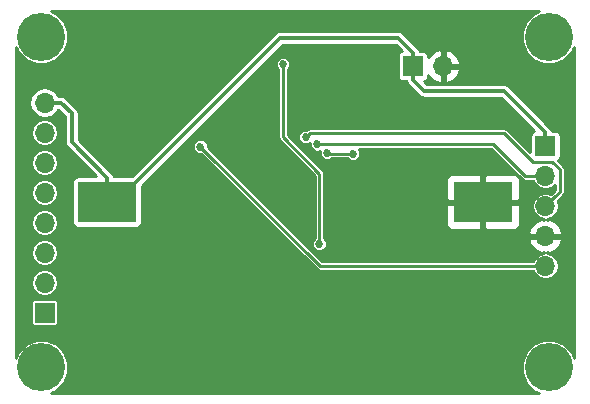
<source format=gbl>
%TF.GenerationSoftware,KiCad,Pcbnew,4.0.7*%
%TF.CreationDate,2018-06-02T01:16:41-04:00*%
%TF.ProjectId,TemperatureHumidityEPD,54656D706572617475726548756D6964,rev?*%
%TF.FileFunction,Copper,L2,Bot,Signal*%
%FSLAX46Y46*%
G04 Gerber Fmt 4.6, Leading zero omitted, Abs format (unit mm)*
G04 Created by KiCad (PCBNEW 4.0.7) date Saturday, 02 June 2018 'AMt' 01:16:41*
%MOMM*%
%LPD*%
G01*
G04 APERTURE LIST*
%ADD10C,0.127000*%
%ADD11R,5.000000X3.500000*%
%ADD12R,1.700000X1.700000*%
%ADD13O,1.700000X1.700000*%
%ADD14C,4.064000*%
%ADD15C,0.685800*%
%ADD16C,0.304800*%
%ADD17C,0.254000*%
G04 APERTURE END LIST*
D10*
D11*
X108090000Y-96500000D03*
X139910000Y-96500000D03*
D12*
X102800000Y-105860000D03*
D13*
X102800000Y-103320000D03*
X102800000Y-100780000D03*
X102800000Y-98240000D03*
X102800000Y-95700000D03*
X102800000Y-93160000D03*
X102800000Y-90620000D03*
X102800000Y-88080000D03*
D12*
X145200000Y-91760000D03*
D13*
X145200000Y-94300000D03*
X145200000Y-96840000D03*
X145200000Y-99380000D03*
X145200000Y-101920000D03*
D12*
X134000000Y-85000000D03*
D13*
X136540000Y-85000000D03*
D14*
X145500000Y-110500000D03*
X102500000Y-82500000D03*
X102500000Y-110500000D03*
X145500000Y-82500000D03*
D15*
X128300000Y-94500000D03*
X123600000Y-102000000D03*
X116000000Y-91800000D03*
X125900000Y-91600000D03*
X124900000Y-91000000D03*
X126700000Y-92323910D03*
X128900000Y-92400000D03*
X122986800Y-84836000D03*
X126060200Y-100050600D03*
D16*
X145200000Y-91760000D02*
X145200000Y-90605200D01*
X145200000Y-90605200D02*
X141694800Y-87100000D01*
X141694800Y-87100000D02*
X134945200Y-87100000D01*
X134945200Y-87100000D02*
X134000000Y-86154800D01*
X134000000Y-86154800D02*
X134000000Y-85000000D01*
X105100000Y-89000000D02*
X104180000Y-88080000D01*
X104180000Y-88080000D02*
X102800000Y-88080000D01*
X105100000Y-91455200D02*
X105100000Y-89000000D01*
X108090000Y-96500000D02*
X108090000Y-94445200D01*
X108090000Y-94445200D02*
X105100000Y-91455200D01*
X108090000Y-96500000D02*
X108840000Y-96500000D01*
X108840000Y-96500000D02*
X122740000Y-82600000D01*
X134000000Y-83845200D02*
X134000000Y-85000000D01*
X122740000Y-82600000D02*
X132754800Y-82600000D01*
X132754800Y-82600000D02*
X134000000Y-83845200D01*
D17*
X116000000Y-91800000D02*
X126120000Y-101920000D01*
X126120000Y-101920000D02*
X145200000Y-101920000D01*
X140800000Y-91600000D02*
X143500000Y-94300000D01*
X143500000Y-94300000D02*
X145200000Y-94300000D01*
X125900000Y-91600000D02*
X140800000Y-91600000D01*
X124900000Y-91000000D02*
X125242899Y-90657101D01*
X145790881Y-93068999D02*
X146431001Y-93709119D01*
X125242899Y-90657101D02*
X141711299Y-90657101D01*
X141711299Y-90657101D02*
X144123197Y-93068999D01*
X144123197Y-93068999D02*
X145790881Y-93068999D01*
X146431001Y-93709119D02*
X146431001Y-95608999D01*
X146431001Y-95608999D02*
X146049999Y-95990001D01*
X146049999Y-95990001D02*
X145200000Y-96840000D01*
X128900000Y-92400000D02*
X126776090Y-92400000D01*
X126776090Y-92400000D02*
X126700000Y-92323910D01*
X122986800Y-91033600D02*
X122986800Y-84836000D01*
X126060200Y-94107000D02*
X122986800Y-91033600D01*
X126060200Y-100050600D02*
X126060200Y-94107000D01*
G36*
X144192408Y-80539348D02*
X143541633Y-81188988D01*
X143189002Y-82038217D01*
X143188200Y-82957749D01*
X143539348Y-83807592D01*
X144188988Y-84458367D01*
X145038217Y-84810998D01*
X145957749Y-84811800D01*
X146807592Y-84460652D01*
X147458367Y-83811012D01*
X147657100Y-83332410D01*
X147657100Y-109667848D01*
X147460652Y-109192408D01*
X146811012Y-108541633D01*
X145961783Y-108189002D01*
X145042251Y-108188200D01*
X144192408Y-108539348D01*
X143541633Y-109188988D01*
X143189002Y-110038217D01*
X143188200Y-110957749D01*
X143539348Y-111807592D01*
X144188988Y-112458367D01*
X144667590Y-112657100D01*
X103332152Y-112657100D01*
X103807592Y-112460652D01*
X104458367Y-111811012D01*
X104810998Y-110961783D01*
X104811800Y-110042251D01*
X104460652Y-109192408D01*
X103811012Y-108541633D01*
X102961783Y-108189002D01*
X102042251Y-108188200D01*
X101192408Y-108539348D01*
X100541633Y-109188988D01*
X100342900Y-109667590D01*
X100342900Y-105010000D01*
X101665127Y-105010000D01*
X101665127Y-106710000D01*
X101684609Y-106813539D01*
X101745801Y-106908634D01*
X101839168Y-106972429D01*
X101950000Y-106994873D01*
X103650000Y-106994873D01*
X103753539Y-106975391D01*
X103848634Y-106914199D01*
X103912429Y-106820832D01*
X103934873Y-106710000D01*
X103934873Y-105010000D01*
X103915391Y-104906461D01*
X103854199Y-104811366D01*
X103760832Y-104747571D01*
X103650000Y-104725127D01*
X101950000Y-104725127D01*
X101846461Y-104744609D01*
X101751366Y-104805801D01*
X101687571Y-104899168D01*
X101665127Y-105010000D01*
X100342900Y-105010000D01*
X100342900Y-103320000D01*
X101648474Y-103320000D01*
X101734444Y-103752203D01*
X101979268Y-104118606D01*
X102345671Y-104363430D01*
X102777874Y-104449400D01*
X102822126Y-104449400D01*
X103254329Y-104363430D01*
X103620732Y-104118606D01*
X103865556Y-103752203D01*
X103951526Y-103320000D01*
X103865556Y-102887797D01*
X103620732Y-102521394D01*
X103254329Y-102276570D01*
X102822126Y-102190600D01*
X102777874Y-102190600D01*
X102345671Y-102276570D01*
X101979268Y-102521394D01*
X101734444Y-102887797D01*
X101648474Y-103320000D01*
X100342900Y-103320000D01*
X100342900Y-100780000D01*
X101648474Y-100780000D01*
X101734444Y-101212203D01*
X101979268Y-101578606D01*
X102345671Y-101823430D01*
X102777874Y-101909400D01*
X102822126Y-101909400D01*
X103254329Y-101823430D01*
X103620732Y-101578606D01*
X103865556Y-101212203D01*
X103951526Y-100780000D01*
X103865556Y-100347797D01*
X103620732Y-99981394D01*
X103254329Y-99736570D01*
X102822126Y-99650600D01*
X102777874Y-99650600D01*
X102345671Y-99736570D01*
X101979268Y-99981394D01*
X101734444Y-100347797D01*
X101648474Y-100780000D01*
X100342900Y-100780000D01*
X100342900Y-98240000D01*
X101648474Y-98240000D01*
X101734444Y-98672203D01*
X101979268Y-99038606D01*
X102345671Y-99283430D01*
X102777874Y-99369400D01*
X102822126Y-99369400D01*
X103254329Y-99283430D01*
X103620732Y-99038606D01*
X103865556Y-98672203D01*
X103951526Y-98240000D01*
X103865556Y-97807797D01*
X103620732Y-97441394D01*
X103254329Y-97196570D01*
X102822126Y-97110600D01*
X102777874Y-97110600D01*
X102345671Y-97196570D01*
X101979268Y-97441394D01*
X101734444Y-97807797D01*
X101648474Y-98240000D01*
X100342900Y-98240000D01*
X100342900Y-95700000D01*
X101648474Y-95700000D01*
X101734444Y-96132203D01*
X101979268Y-96498606D01*
X102345671Y-96743430D01*
X102777874Y-96829400D01*
X102822126Y-96829400D01*
X103254329Y-96743430D01*
X103620732Y-96498606D01*
X103865556Y-96132203D01*
X103951526Y-95700000D01*
X103865556Y-95267797D01*
X103620732Y-94901394D01*
X103254329Y-94656570D01*
X102822126Y-94570600D01*
X102777874Y-94570600D01*
X102345671Y-94656570D01*
X101979268Y-94901394D01*
X101734444Y-95267797D01*
X101648474Y-95700000D01*
X100342900Y-95700000D01*
X100342900Y-93160000D01*
X101648474Y-93160000D01*
X101734444Y-93592203D01*
X101979268Y-93958606D01*
X102345671Y-94203430D01*
X102777874Y-94289400D01*
X102822126Y-94289400D01*
X103254329Y-94203430D01*
X103620732Y-93958606D01*
X103865556Y-93592203D01*
X103951526Y-93160000D01*
X103865556Y-92727797D01*
X103620732Y-92361394D01*
X103254329Y-92116570D01*
X102822126Y-92030600D01*
X102777874Y-92030600D01*
X102345671Y-92116570D01*
X101979268Y-92361394D01*
X101734444Y-92727797D01*
X101648474Y-93160000D01*
X100342900Y-93160000D01*
X100342900Y-90620000D01*
X101648474Y-90620000D01*
X101734444Y-91052203D01*
X101979268Y-91418606D01*
X102345671Y-91663430D01*
X102777874Y-91749400D01*
X102822126Y-91749400D01*
X103254329Y-91663430D01*
X103620732Y-91418606D01*
X103865556Y-91052203D01*
X103951526Y-90620000D01*
X103865556Y-90187797D01*
X103620732Y-89821394D01*
X103254329Y-89576570D01*
X102822126Y-89490600D01*
X102777874Y-89490600D01*
X102345671Y-89576570D01*
X101979268Y-89821394D01*
X101734444Y-90187797D01*
X101648474Y-90620000D01*
X100342900Y-90620000D01*
X100342900Y-88080000D01*
X101493088Y-88080000D01*
X101590659Y-88570524D01*
X101868519Y-88986369D01*
X102284364Y-89264229D01*
X102774888Y-89361800D01*
X102825112Y-89361800D01*
X103315636Y-89264229D01*
X103731481Y-88986369D01*
X103943251Y-88669435D01*
X104515800Y-89241983D01*
X104515800Y-91455200D01*
X104560270Y-91678764D01*
X104639043Y-91796657D01*
X104686908Y-91868292D01*
X107128358Y-94309741D01*
X105590000Y-94309741D01*
X105429985Y-94339850D01*
X105283020Y-94434419D01*
X105184427Y-94578715D01*
X105149741Y-94750000D01*
X105149741Y-98250000D01*
X105179850Y-98410015D01*
X105274419Y-98556980D01*
X105418715Y-98655573D01*
X105590000Y-98690259D01*
X110590000Y-98690259D01*
X110750015Y-98660150D01*
X110896980Y-98565581D01*
X110995573Y-98421285D01*
X111030259Y-98250000D01*
X111030259Y-95135925D01*
X114242943Y-91923240D01*
X115377592Y-91923240D01*
X115472132Y-92152044D01*
X115647035Y-92327253D01*
X115875674Y-92422192D01*
X116047606Y-92422342D01*
X125832632Y-102207368D01*
X125964477Y-102295465D01*
X126120000Y-102326400D01*
X144129311Y-102326400D01*
X144134444Y-102352203D01*
X144379268Y-102718606D01*
X144745671Y-102963430D01*
X145177874Y-103049400D01*
X145222126Y-103049400D01*
X145654329Y-102963430D01*
X146020732Y-102718606D01*
X146265556Y-102352203D01*
X146351526Y-101920000D01*
X146265556Y-101487797D01*
X146020732Y-101121394D01*
X145654329Y-100876570D01*
X145327002Y-100811461D01*
X145327002Y-100700820D01*
X145556892Y-100821486D01*
X146081358Y-100575183D01*
X146471645Y-100146924D01*
X146641476Y-99736890D01*
X146520155Y-99507000D01*
X145327000Y-99507000D01*
X145327000Y-99527000D01*
X145073000Y-99527000D01*
X145073000Y-99507000D01*
X143879845Y-99507000D01*
X143758524Y-99736890D01*
X143928355Y-100146924D01*
X144318642Y-100575183D01*
X144843108Y-100821486D01*
X145072998Y-100700820D01*
X145072998Y-100811461D01*
X144745671Y-100876570D01*
X144379268Y-101121394D01*
X144134444Y-101487797D01*
X144129311Y-101513600D01*
X126288336Y-101513600D01*
X116622259Y-91847523D01*
X116622408Y-91676760D01*
X116527868Y-91447956D01*
X116352965Y-91272747D01*
X116124326Y-91177808D01*
X115876760Y-91177592D01*
X115647956Y-91272132D01*
X115472747Y-91447035D01*
X115377808Y-91675674D01*
X115377592Y-91923240D01*
X114242943Y-91923240D01*
X121206943Y-84959240D01*
X122364392Y-84959240D01*
X122458932Y-85188044D01*
X122580400Y-85309725D01*
X122580400Y-91033600D01*
X122611335Y-91189123D01*
X122676981Y-91287368D01*
X122699432Y-91320968D01*
X125653800Y-94275336D01*
X125653800Y-99576993D01*
X125532947Y-99697635D01*
X125438008Y-99926274D01*
X125437792Y-100173840D01*
X125532332Y-100402644D01*
X125707235Y-100577853D01*
X125935874Y-100672792D01*
X126183440Y-100673008D01*
X126412244Y-100578468D01*
X126587453Y-100403565D01*
X126682392Y-100174926D01*
X126682608Y-99927360D01*
X126588068Y-99698556D01*
X126466600Y-99576875D01*
X126466600Y-96785750D01*
X136775000Y-96785750D01*
X136775000Y-98376310D01*
X136871673Y-98609699D01*
X137050302Y-98788327D01*
X137283691Y-98885000D01*
X139624250Y-98885000D01*
X139783000Y-98726250D01*
X139783000Y-96627000D01*
X140037000Y-96627000D01*
X140037000Y-98726250D01*
X140195750Y-98885000D01*
X142536309Y-98885000D01*
X142769698Y-98788327D01*
X142948327Y-98609699D01*
X143045000Y-98376310D01*
X143045000Y-96785750D01*
X142886250Y-96627000D01*
X140037000Y-96627000D01*
X139783000Y-96627000D01*
X136933750Y-96627000D01*
X136775000Y-96785750D01*
X126466600Y-96785750D01*
X126466600Y-94623690D01*
X136775000Y-94623690D01*
X136775000Y-96214250D01*
X136933750Y-96373000D01*
X139783000Y-96373000D01*
X139783000Y-94273750D01*
X140037000Y-94273750D01*
X140037000Y-96373000D01*
X142886250Y-96373000D01*
X143045000Y-96214250D01*
X143045000Y-94623690D01*
X142948327Y-94390301D01*
X142769698Y-94211673D01*
X142536309Y-94115000D01*
X140195750Y-94115000D01*
X140037000Y-94273750D01*
X139783000Y-94273750D01*
X139624250Y-94115000D01*
X137283691Y-94115000D01*
X137050302Y-94211673D01*
X136871673Y-94390301D01*
X136775000Y-94623690D01*
X126466600Y-94623690D01*
X126466600Y-94107000D01*
X126435665Y-93951477D01*
X126347568Y-93819632D01*
X123393200Y-90865264D01*
X123393200Y-85309607D01*
X123514053Y-85188965D01*
X123608992Y-84960326D01*
X123609208Y-84712760D01*
X123514668Y-84483956D01*
X123339765Y-84308747D01*
X123111126Y-84213808D01*
X122863560Y-84213592D01*
X122634756Y-84308132D01*
X122459547Y-84483035D01*
X122364608Y-84711674D01*
X122364392Y-84959240D01*
X121206943Y-84959240D01*
X122981983Y-83184200D01*
X132512816Y-83184200D01*
X133056037Y-83727421D01*
X132989985Y-83739850D01*
X132843020Y-83834419D01*
X132744427Y-83978715D01*
X132709741Y-84150000D01*
X132709741Y-85850000D01*
X132739850Y-86010015D01*
X132834419Y-86156980D01*
X132978715Y-86255573D01*
X133150000Y-86290259D01*
X133442745Y-86290259D01*
X133460270Y-86378364D01*
X133581815Y-86560270D01*
X133586908Y-86567892D01*
X134532108Y-87513092D01*
X134721637Y-87639731D01*
X134945200Y-87684201D01*
X134945205Y-87684200D01*
X141452816Y-87684200D01*
X144256037Y-90487421D01*
X144189985Y-90499850D01*
X144043020Y-90594419D01*
X143944427Y-90738715D01*
X143909741Y-90910000D01*
X143909741Y-92280807D01*
X141998667Y-90369733D01*
X141866822Y-90281636D01*
X141711299Y-90250701D01*
X125242899Y-90250701D01*
X125087376Y-90281636D01*
X124955531Y-90369733D01*
X124947523Y-90377741D01*
X124776760Y-90377592D01*
X124547956Y-90472132D01*
X124372747Y-90647035D01*
X124277808Y-90875674D01*
X124277592Y-91123240D01*
X124372132Y-91352044D01*
X124547035Y-91527253D01*
X124775674Y-91622192D01*
X125023240Y-91622408D01*
X125252044Y-91527868D01*
X125277785Y-91502172D01*
X125277592Y-91723240D01*
X125372132Y-91952044D01*
X125547035Y-92127253D01*
X125775674Y-92222192D01*
X126023240Y-92222408D01*
X126077808Y-92199861D01*
X126077592Y-92447150D01*
X126172132Y-92675954D01*
X126347035Y-92851163D01*
X126575674Y-92946102D01*
X126823240Y-92946318D01*
X127052044Y-92851778D01*
X127097501Y-92806400D01*
X128426393Y-92806400D01*
X128547035Y-92927253D01*
X128775674Y-93022192D01*
X129023240Y-93022408D01*
X129252044Y-92927868D01*
X129427253Y-92752965D01*
X129522192Y-92524326D01*
X129522408Y-92276760D01*
X129427868Y-92047956D01*
X129386385Y-92006400D01*
X140631664Y-92006400D01*
X143212632Y-94587368D01*
X143344477Y-94675465D01*
X143500000Y-94706400D01*
X144129311Y-94706400D01*
X144134444Y-94732203D01*
X144379268Y-95098606D01*
X144745671Y-95343430D01*
X145177874Y-95429400D01*
X145222126Y-95429400D01*
X145654329Y-95343430D01*
X146020732Y-95098606D01*
X146024601Y-95092816D01*
X146024601Y-95440663D01*
X145662940Y-95802324D01*
X145654329Y-95796570D01*
X145222126Y-95710600D01*
X145177874Y-95710600D01*
X144745671Y-95796570D01*
X144379268Y-96041394D01*
X144134444Y-96407797D01*
X144048474Y-96840000D01*
X144134444Y-97272203D01*
X144379268Y-97638606D01*
X144745671Y-97883430D01*
X145072998Y-97948539D01*
X145072998Y-98059180D01*
X144843108Y-97938514D01*
X144318642Y-98184817D01*
X143928355Y-98613076D01*
X143758524Y-99023110D01*
X143879845Y-99253000D01*
X145073000Y-99253000D01*
X145073000Y-99233000D01*
X145327000Y-99233000D01*
X145327000Y-99253000D01*
X146520155Y-99253000D01*
X146641476Y-99023110D01*
X146471645Y-98613076D01*
X146081358Y-98184817D01*
X145556892Y-97938514D01*
X145327002Y-98059180D01*
X145327002Y-97948539D01*
X145654329Y-97883430D01*
X146020732Y-97638606D01*
X146265556Y-97272203D01*
X146351526Y-96840000D01*
X146265556Y-96407797D01*
X146242077Y-96372659D01*
X146718369Y-95896367D01*
X146806466Y-95764522D01*
X146837401Y-95608999D01*
X146837401Y-93709119D01*
X146806466Y-93553596D01*
X146718369Y-93421751D01*
X146274970Y-92978352D01*
X146356980Y-92925581D01*
X146455573Y-92781285D01*
X146490259Y-92610000D01*
X146490259Y-90910000D01*
X146460150Y-90749985D01*
X146365581Y-90603020D01*
X146221285Y-90504427D01*
X146050000Y-90469741D01*
X145757255Y-90469741D01*
X145739730Y-90381636D01*
X145613092Y-90192108D01*
X142107892Y-86686908D01*
X141918364Y-86560270D01*
X141694800Y-86515800D01*
X135187184Y-86515800D01*
X134943963Y-86272579D01*
X135010015Y-86260150D01*
X135156980Y-86165581D01*
X135255573Y-86021285D01*
X135290259Y-85850000D01*
X135290259Y-85765185D01*
X135344817Y-85881358D01*
X135773076Y-86271645D01*
X136183110Y-86441476D01*
X136413000Y-86320155D01*
X136413000Y-85127000D01*
X136667000Y-85127000D01*
X136667000Y-86320155D01*
X136896890Y-86441476D01*
X137306924Y-86271645D01*
X137735183Y-85881358D01*
X137981486Y-85356892D01*
X137860819Y-85127000D01*
X136667000Y-85127000D01*
X136413000Y-85127000D01*
X136393000Y-85127000D01*
X136393000Y-84873000D01*
X136413000Y-84873000D01*
X136413000Y-83679845D01*
X136667000Y-83679845D01*
X136667000Y-84873000D01*
X137860819Y-84873000D01*
X137981486Y-84643108D01*
X137735183Y-84118642D01*
X137306924Y-83728355D01*
X136896890Y-83558524D01*
X136667000Y-83679845D01*
X136413000Y-83679845D01*
X136183110Y-83558524D01*
X135773076Y-83728355D01*
X135344817Y-84118642D01*
X135290259Y-84234815D01*
X135290259Y-84150000D01*
X135260150Y-83989985D01*
X135165581Y-83843020D01*
X135021285Y-83744427D01*
X134850000Y-83709741D01*
X134557256Y-83709741D01*
X134539731Y-83621637D01*
X134413092Y-83432108D01*
X133167892Y-82186908D01*
X132978364Y-82060270D01*
X132754800Y-82015800D01*
X122740005Y-82015800D01*
X122740000Y-82015799D01*
X122516437Y-82060269D01*
X122516435Y-82060270D01*
X122516436Y-82060270D01*
X122326908Y-82186908D01*
X122326906Y-82186911D01*
X110204075Y-94309741D01*
X108647256Y-94309741D01*
X108629731Y-94221637D01*
X108578174Y-94144477D01*
X108503092Y-94032108D01*
X108503089Y-94032106D01*
X105684200Y-91213216D01*
X105684200Y-89000000D01*
X105639730Y-88776436D01*
X105513092Y-88586908D01*
X105513089Y-88586906D01*
X104593092Y-87666908D01*
X104403564Y-87540270D01*
X104180000Y-87495800D01*
X103946748Y-87495800D01*
X103731481Y-87173631D01*
X103315636Y-86895771D01*
X102825112Y-86798200D01*
X102774888Y-86798200D01*
X102284364Y-86895771D01*
X101868519Y-87173631D01*
X101590659Y-87589476D01*
X101493088Y-88080000D01*
X100342900Y-88080000D01*
X100342900Y-83332152D01*
X100539348Y-83807592D01*
X101188988Y-84458367D01*
X102038217Y-84810998D01*
X102957749Y-84811800D01*
X103807592Y-84460652D01*
X104458367Y-83811012D01*
X104810998Y-82961783D01*
X104811800Y-82042251D01*
X104460652Y-81192408D01*
X103811012Y-80541633D01*
X103332410Y-80342900D01*
X144667848Y-80342900D01*
X144192408Y-80539348D01*
X144192408Y-80539348D01*
G37*
X144192408Y-80539348D02*
X143541633Y-81188988D01*
X143189002Y-82038217D01*
X143188200Y-82957749D01*
X143539348Y-83807592D01*
X144188988Y-84458367D01*
X145038217Y-84810998D01*
X145957749Y-84811800D01*
X146807592Y-84460652D01*
X147458367Y-83811012D01*
X147657100Y-83332410D01*
X147657100Y-109667848D01*
X147460652Y-109192408D01*
X146811012Y-108541633D01*
X145961783Y-108189002D01*
X145042251Y-108188200D01*
X144192408Y-108539348D01*
X143541633Y-109188988D01*
X143189002Y-110038217D01*
X143188200Y-110957749D01*
X143539348Y-111807592D01*
X144188988Y-112458367D01*
X144667590Y-112657100D01*
X103332152Y-112657100D01*
X103807592Y-112460652D01*
X104458367Y-111811012D01*
X104810998Y-110961783D01*
X104811800Y-110042251D01*
X104460652Y-109192408D01*
X103811012Y-108541633D01*
X102961783Y-108189002D01*
X102042251Y-108188200D01*
X101192408Y-108539348D01*
X100541633Y-109188988D01*
X100342900Y-109667590D01*
X100342900Y-105010000D01*
X101665127Y-105010000D01*
X101665127Y-106710000D01*
X101684609Y-106813539D01*
X101745801Y-106908634D01*
X101839168Y-106972429D01*
X101950000Y-106994873D01*
X103650000Y-106994873D01*
X103753539Y-106975391D01*
X103848634Y-106914199D01*
X103912429Y-106820832D01*
X103934873Y-106710000D01*
X103934873Y-105010000D01*
X103915391Y-104906461D01*
X103854199Y-104811366D01*
X103760832Y-104747571D01*
X103650000Y-104725127D01*
X101950000Y-104725127D01*
X101846461Y-104744609D01*
X101751366Y-104805801D01*
X101687571Y-104899168D01*
X101665127Y-105010000D01*
X100342900Y-105010000D01*
X100342900Y-103320000D01*
X101648474Y-103320000D01*
X101734444Y-103752203D01*
X101979268Y-104118606D01*
X102345671Y-104363430D01*
X102777874Y-104449400D01*
X102822126Y-104449400D01*
X103254329Y-104363430D01*
X103620732Y-104118606D01*
X103865556Y-103752203D01*
X103951526Y-103320000D01*
X103865556Y-102887797D01*
X103620732Y-102521394D01*
X103254329Y-102276570D01*
X102822126Y-102190600D01*
X102777874Y-102190600D01*
X102345671Y-102276570D01*
X101979268Y-102521394D01*
X101734444Y-102887797D01*
X101648474Y-103320000D01*
X100342900Y-103320000D01*
X100342900Y-100780000D01*
X101648474Y-100780000D01*
X101734444Y-101212203D01*
X101979268Y-101578606D01*
X102345671Y-101823430D01*
X102777874Y-101909400D01*
X102822126Y-101909400D01*
X103254329Y-101823430D01*
X103620732Y-101578606D01*
X103865556Y-101212203D01*
X103951526Y-100780000D01*
X103865556Y-100347797D01*
X103620732Y-99981394D01*
X103254329Y-99736570D01*
X102822126Y-99650600D01*
X102777874Y-99650600D01*
X102345671Y-99736570D01*
X101979268Y-99981394D01*
X101734444Y-100347797D01*
X101648474Y-100780000D01*
X100342900Y-100780000D01*
X100342900Y-98240000D01*
X101648474Y-98240000D01*
X101734444Y-98672203D01*
X101979268Y-99038606D01*
X102345671Y-99283430D01*
X102777874Y-99369400D01*
X102822126Y-99369400D01*
X103254329Y-99283430D01*
X103620732Y-99038606D01*
X103865556Y-98672203D01*
X103951526Y-98240000D01*
X103865556Y-97807797D01*
X103620732Y-97441394D01*
X103254329Y-97196570D01*
X102822126Y-97110600D01*
X102777874Y-97110600D01*
X102345671Y-97196570D01*
X101979268Y-97441394D01*
X101734444Y-97807797D01*
X101648474Y-98240000D01*
X100342900Y-98240000D01*
X100342900Y-95700000D01*
X101648474Y-95700000D01*
X101734444Y-96132203D01*
X101979268Y-96498606D01*
X102345671Y-96743430D01*
X102777874Y-96829400D01*
X102822126Y-96829400D01*
X103254329Y-96743430D01*
X103620732Y-96498606D01*
X103865556Y-96132203D01*
X103951526Y-95700000D01*
X103865556Y-95267797D01*
X103620732Y-94901394D01*
X103254329Y-94656570D01*
X102822126Y-94570600D01*
X102777874Y-94570600D01*
X102345671Y-94656570D01*
X101979268Y-94901394D01*
X101734444Y-95267797D01*
X101648474Y-95700000D01*
X100342900Y-95700000D01*
X100342900Y-93160000D01*
X101648474Y-93160000D01*
X101734444Y-93592203D01*
X101979268Y-93958606D01*
X102345671Y-94203430D01*
X102777874Y-94289400D01*
X102822126Y-94289400D01*
X103254329Y-94203430D01*
X103620732Y-93958606D01*
X103865556Y-93592203D01*
X103951526Y-93160000D01*
X103865556Y-92727797D01*
X103620732Y-92361394D01*
X103254329Y-92116570D01*
X102822126Y-92030600D01*
X102777874Y-92030600D01*
X102345671Y-92116570D01*
X101979268Y-92361394D01*
X101734444Y-92727797D01*
X101648474Y-93160000D01*
X100342900Y-93160000D01*
X100342900Y-90620000D01*
X101648474Y-90620000D01*
X101734444Y-91052203D01*
X101979268Y-91418606D01*
X102345671Y-91663430D01*
X102777874Y-91749400D01*
X102822126Y-91749400D01*
X103254329Y-91663430D01*
X103620732Y-91418606D01*
X103865556Y-91052203D01*
X103951526Y-90620000D01*
X103865556Y-90187797D01*
X103620732Y-89821394D01*
X103254329Y-89576570D01*
X102822126Y-89490600D01*
X102777874Y-89490600D01*
X102345671Y-89576570D01*
X101979268Y-89821394D01*
X101734444Y-90187797D01*
X101648474Y-90620000D01*
X100342900Y-90620000D01*
X100342900Y-88080000D01*
X101493088Y-88080000D01*
X101590659Y-88570524D01*
X101868519Y-88986369D01*
X102284364Y-89264229D01*
X102774888Y-89361800D01*
X102825112Y-89361800D01*
X103315636Y-89264229D01*
X103731481Y-88986369D01*
X103943251Y-88669435D01*
X104515800Y-89241983D01*
X104515800Y-91455200D01*
X104560270Y-91678764D01*
X104639043Y-91796657D01*
X104686908Y-91868292D01*
X107128358Y-94309741D01*
X105590000Y-94309741D01*
X105429985Y-94339850D01*
X105283020Y-94434419D01*
X105184427Y-94578715D01*
X105149741Y-94750000D01*
X105149741Y-98250000D01*
X105179850Y-98410015D01*
X105274419Y-98556980D01*
X105418715Y-98655573D01*
X105590000Y-98690259D01*
X110590000Y-98690259D01*
X110750015Y-98660150D01*
X110896980Y-98565581D01*
X110995573Y-98421285D01*
X111030259Y-98250000D01*
X111030259Y-95135925D01*
X114242943Y-91923240D01*
X115377592Y-91923240D01*
X115472132Y-92152044D01*
X115647035Y-92327253D01*
X115875674Y-92422192D01*
X116047606Y-92422342D01*
X125832632Y-102207368D01*
X125964477Y-102295465D01*
X126120000Y-102326400D01*
X144129311Y-102326400D01*
X144134444Y-102352203D01*
X144379268Y-102718606D01*
X144745671Y-102963430D01*
X145177874Y-103049400D01*
X145222126Y-103049400D01*
X145654329Y-102963430D01*
X146020732Y-102718606D01*
X146265556Y-102352203D01*
X146351526Y-101920000D01*
X146265556Y-101487797D01*
X146020732Y-101121394D01*
X145654329Y-100876570D01*
X145327002Y-100811461D01*
X145327002Y-100700820D01*
X145556892Y-100821486D01*
X146081358Y-100575183D01*
X146471645Y-100146924D01*
X146641476Y-99736890D01*
X146520155Y-99507000D01*
X145327000Y-99507000D01*
X145327000Y-99527000D01*
X145073000Y-99527000D01*
X145073000Y-99507000D01*
X143879845Y-99507000D01*
X143758524Y-99736890D01*
X143928355Y-100146924D01*
X144318642Y-100575183D01*
X144843108Y-100821486D01*
X145072998Y-100700820D01*
X145072998Y-100811461D01*
X144745671Y-100876570D01*
X144379268Y-101121394D01*
X144134444Y-101487797D01*
X144129311Y-101513600D01*
X126288336Y-101513600D01*
X116622259Y-91847523D01*
X116622408Y-91676760D01*
X116527868Y-91447956D01*
X116352965Y-91272747D01*
X116124326Y-91177808D01*
X115876760Y-91177592D01*
X115647956Y-91272132D01*
X115472747Y-91447035D01*
X115377808Y-91675674D01*
X115377592Y-91923240D01*
X114242943Y-91923240D01*
X121206943Y-84959240D01*
X122364392Y-84959240D01*
X122458932Y-85188044D01*
X122580400Y-85309725D01*
X122580400Y-91033600D01*
X122611335Y-91189123D01*
X122676981Y-91287368D01*
X122699432Y-91320968D01*
X125653800Y-94275336D01*
X125653800Y-99576993D01*
X125532947Y-99697635D01*
X125438008Y-99926274D01*
X125437792Y-100173840D01*
X125532332Y-100402644D01*
X125707235Y-100577853D01*
X125935874Y-100672792D01*
X126183440Y-100673008D01*
X126412244Y-100578468D01*
X126587453Y-100403565D01*
X126682392Y-100174926D01*
X126682608Y-99927360D01*
X126588068Y-99698556D01*
X126466600Y-99576875D01*
X126466600Y-96785750D01*
X136775000Y-96785750D01*
X136775000Y-98376310D01*
X136871673Y-98609699D01*
X137050302Y-98788327D01*
X137283691Y-98885000D01*
X139624250Y-98885000D01*
X139783000Y-98726250D01*
X139783000Y-96627000D01*
X140037000Y-96627000D01*
X140037000Y-98726250D01*
X140195750Y-98885000D01*
X142536309Y-98885000D01*
X142769698Y-98788327D01*
X142948327Y-98609699D01*
X143045000Y-98376310D01*
X143045000Y-96785750D01*
X142886250Y-96627000D01*
X140037000Y-96627000D01*
X139783000Y-96627000D01*
X136933750Y-96627000D01*
X136775000Y-96785750D01*
X126466600Y-96785750D01*
X126466600Y-94623690D01*
X136775000Y-94623690D01*
X136775000Y-96214250D01*
X136933750Y-96373000D01*
X139783000Y-96373000D01*
X139783000Y-94273750D01*
X140037000Y-94273750D01*
X140037000Y-96373000D01*
X142886250Y-96373000D01*
X143045000Y-96214250D01*
X143045000Y-94623690D01*
X142948327Y-94390301D01*
X142769698Y-94211673D01*
X142536309Y-94115000D01*
X140195750Y-94115000D01*
X140037000Y-94273750D01*
X139783000Y-94273750D01*
X139624250Y-94115000D01*
X137283691Y-94115000D01*
X137050302Y-94211673D01*
X136871673Y-94390301D01*
X136775000Y-94623690D01*
X126466600Y-94623690D01*
X126466600Y-94107000D01*
X126435665Y-93951477D01*
X126347568Y-93819632D01*
X123393200Y-90865264D01*
X123393200Y-85309607D01*
X123514053Y-85188965D01*
X123608992Y-84960326D01*
X123609208Y-84712760D01*
X123514668Y-84483956D01*
X123339765Y-84308747D01*
X123111126Y-84213808D01*
X122863560Y-84213592D01*
X122634756Y-84308132D01*
X122459547Y-84483035D01*
X122364608Y-84711674D01*
X122364392Y-84959240D01*
X121206943Y-84959240D01*
X122981983Y-83184200D01*
X132512816Y-83184200D01*
X133056037Y-83727421D01*
X132989985Y-83739850D01*
X132843020Y-83834419D01*
X132744427Y-83978715D01*
X132709741Y-84150000D01*
X132709741Y-85850000D01*
X132739850Y-86010015D01*
X132834419Y-86156980D01*
X132978715Y-86255573D01*
X133150000Y-86290259D01*
X133442745Y-86290259D01*
X133460270Y-86378364D01*
X133581815Y-86560270D01*
X133586908Y-86567892D01*
X134532108Y-87513092D01*
X134721637Y-87639731D01*
X134945200Y-87684201D01*
X134945205Y-87684200D01*
X141452816Y-87684200D01*
X144256037Y-90487421D01*
X144189985Y-90499850D01*
X144043020Y-90594419D01*
X143944427Y-90738715D01*
X143909741Y-90910000D01*
X143909741Y-92280807D01*
X141998667Y-90369733D01*
X141866822Y-90281636D01*
X141711299Y-90250701D01*
X125242899Y-90250701D01*
X125087376Y-90281636D01*
X124955531Y-90369733D01*
X124947523Y-90377741D01*
X124776760Y-90377592D01*
X124547956Y-90472132D01*
X124372747Y-90647035D01*
X124277808Y-90875674D01*
X124277592Y-91123240D01*
X124372132Y-91352044D01*
X124547035Y-91527253D01*
X124775674Y-91622192D01*
X125023240Y-91622408D01*
X125252044Y-91527868D01*
X125277785Y-91502172D01*
X125277592Y-91723240D01*
X125372132Y-91952044D01*
X125547035Y-92127253D01*
X125775674Y-92222192D01*
X126023240Y-92222408D01*
X126077808Y-92199861D01*
X126077592Y-92447150D01*
X126172132Y-92675954D01*
X126347035Y-92851163D01*
X126575674Y-92946102D01*
X126823240Y-92946318D01*
X127052044Y-92851778D01*
X127097501Y-92806400D01*
X128426393Y-92806400D01*
X128547035Y-92927253D01*
X128775674Y-93022192D01*
X129023240Y-93022408D01*
X129252044Y-92927868D01*
X129427253Y-92752965D01*
X129522192Y-92524326D01*
X129522408Y-92276760D01*
X129427868Y-92047956D01*
X129386385Y-92006400D01*
X140631664Y-92006400D01*
X143212632Y-94587368D01*
X143344477Y-94675465D01*
X143500000Y-94706400D01*
X144129311Y-94706400D01*
X144134444Y-94732203D01*
X144379268Y-95098606D01*
X144745671Y-95343430D01*
X145177874Y-95429400D01*
X145222126Y-95429400D01*
X145654329Y-95343430D01*
X146020732Y-95098606D01*
X146024601Y-95092816D01*
X146024601Y-95440663D01*
X145662940Y-95802324D01*
X145654329Y-95796570D01*
X145222126Y-95710600D01*
X145177874Y-95710600D01*
X144745671Y-95796570D01*
X144379268Y-96041394D01*
X144134444Y-96407797D01*
X144048474Y-96840000D01*
X144134444Y-97272203D01*
X144379268Y-97638606D01*
X144745671Y-97883430D01*
X145072998Y-97948539D01*
X145072998Y-98059180D01*
X144843108Y-97938514D01*
X144318642Y-98184817D01*
X143928355Y-98613076D01*
X143758524Y-99023110D01*
X143879845Y-99253000D01*
X145073000Y-99253000D01*
X145073000Y-99233000D01*
X145327000Y-99233000D01*
X145327000Y-99253000D01*
X146520155Y-99253000D01*
X146641476Y-99023110D01*
X146471645Y-98613076D01*
X146081358Y-98184817D01*
X145556892Y-97938514D01*
X145327002Y-98059180D01*
X145327002Y-97948539D01*
X145654329Y-97883430D01*
X146020732Y-97638606D01*
X146265556Y-97272203D01*
X146351526Y-96840000D01*
X146265556Y-96407797D01*
X146242077Y-96372659D01*
X146718369Y-95896367D01*
X146806466Y-95764522D01*
X146837401Y-95608999D01*
X146837401Y-93709119D01*
X146806466Y-93553596D01*
X146718369Y-93421751D01*
X146274970Y-92978352D01*
X146356980Y-92925581D01*
X146455573Y-92781285D01*
X146490259Y-92610000D01*
X146490259Y-90910000D01*
X146460150Y-90749985D01*
X146365581Y-90603020D01*
X146221285Y-90504427D01*
X146050000Y-90469741D01*
X145757255Y-90469741D01*
X145739730Y-90381636D01*
X145613092Y-90192108D01*
X142107892Y-86686908D01*
X141918364Y-86560270D01*
X141694800Y-86515800D01*
X135187184Y-86515800D01*
X134943963Y-86272579D01*
X135010015Y-86260150D01*
X135156980Y-86165581D01*
X135255573Y-86021285D01*
X135290259Y-85850000D01*
X135290259Y-85765185D01*
X135344817Y-85881358D01*
X135773076Y-86271645D01*
X136183110Y-86441476D01*
X136413000Y-86320155D01*
X136413000Y-85127000D01*
X136667000Y-85127000D01*
X136667000Y-86320155D01*
X136896890Y-86441476D01*
X137306924Y-86271645D01*
X137735183Y-85881358D01*
X137981486Y-85356892D01*
X137860819Y-85127000D01*
X136667000Y-85127000D01*
X136413000Y-85127000D01*
X136393000Y-85127000D01*
X136393000Y-84873000D01*
X136413000Y-84873000D01*
X136413000Y-83679845D01*
X136667000Y-83679845D01*
X136667000Y-84873000D01*
X137860819Y-84873000D01*
X137981486Y-84643108D01*
X137735183Y-84118642D01*
X137306924Y-83728355D01*
X136896890Y-83558524D01*
X136667000Y-83679845D01*
X136413000Y-83679845D01*
X136183110Y-83558524D01*
X135773076Y-83728355D01*
X135344817Y-84118642D01*
X135290259Y-84234815D01*
X135290259Y-84150000D01*
X135260150Y-83989985D01*
X135165581Y-83843020D01*
X135021285Y-83744427D01*
X134850000Y-83709741D01*
X134557256Y-83709741D01*
X134539731Y-83621637D01*
X134413092Y-83432108D01*
X133167892Y-82186908D01*
X132978364Y-82060270D01*
X132754800Y-82015800D01*
X122740005Y-82015800D01*
X122740000Y-82015799D01*
X122516437Y-82060269D01*
X122516435Y-82060270D01*
X122516436Y-82060270D01*
X122326908Y-82186908D01*
X122326906Y-82186911D01*
X110204075Y-94309741D01*
X108647256Y-94309741D01*
X108629731Y-94221637D01*
X108578174Y-94144477D01*
X108503092Y-94032108D01*
X108503089Y-94032106D01*
X105684200Y-91213216D01*
X105684200Y-89000000D01*
X105639730Y-88776436D01*
X105513092Y-88586908D01*
X105513089Y-88586906D01*
X104593092Y-87666908D01*
X104403564Y-87540270D01*
X104180000Y-87495800D01*
X103946748Y-87495800D01*
X103731481Y-87173631D01*
X103315636Y-86895771D01*
X102825112Y-86798200D01*
X102774888Y-86798200D01*
X102284364Y-86895771D01*
X101868519Y-87173631D01*
X101590659Y-87589476D01*
X101493088Y-88080000D01*
X100342900Y-88080000D01*
X100342900Y-83332152D01*
X100539348Y-83807592D01*
X101188988Y-84458367D01*
X102038217Y-84810998D01*
X102957749Y-84811800D01*
X103807592Y-84460652D01*
X104458367Y-83811012D01*
X104810998Y-82961783D01*
X104811800Y-82042251D01*
X104460652Y-81192408D01*
X103811012Y-80541633D01*
X103332410Y-80342900D01*
X144667848Y-80342900D01*
X144192408Y-80539348D01*
M02*

</source>
